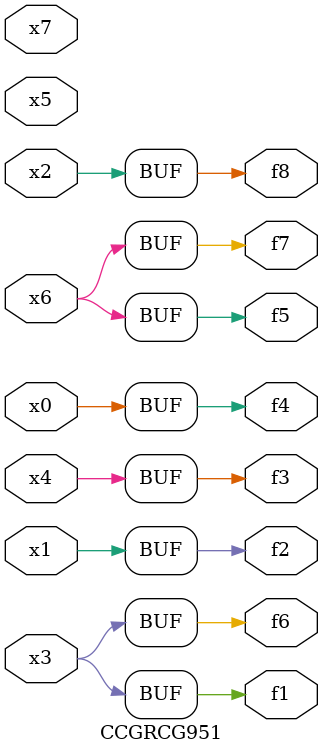
<source format=v>
module CCGRCG951(
	input x0, x1, x2, x3, x4, x5, x6, x7,
	output f1, f2, f3, f4, f5, f6, f7, f8
);
	assign f1 = x3;
	assign f2 = x1;
	assign f3 = x4;
	assign f4 = x0;
	assign f5 = x6;
	assign f6 = x3;
	assign f7 = x6;
	assign f8 = x2;
endmodule

</source>
